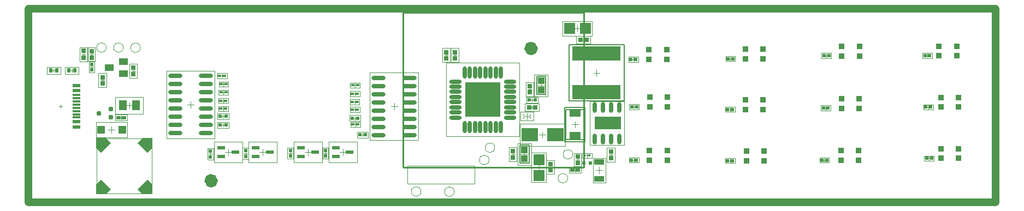
<source format=gtp>
G04*
G04 #@! TF.GenerationSoftware,Altium Limited,CircuitMaker,2.3.0 (2.3.0.3)*
G04*
G04 Layer_Color=7318015*
%FSLAX24Y24*%
%MOIN*%
G70*
G04*
G04 #@! TF.SameCoordinates,BA9B3302-63F0-48E8-8009-FCAE1684F3EC*
G04*
G04*
G04 #@! TF.FilePolarity,Positive*
G04*
G01*
G75*
%ADD11C,0.0039*%
%ADD13C,0.0100*%
%ADD14C,0.0050*%
%ADD15C,0.0079*%
%ADD16C,0.0059*%
%ADD18C,0.0472*%
%ADD19C,0.0020*%
%ADD20C,0.0433*%
%ADD21R,0.0220X0.0220*%
%ADD22R,0.0283X0.0299*%
%ADD23O,0.0236X0.0669*%
%ADD24R,0.0256X0.0236*%
%ADD25O,0.0236X0.0768*%
%ADD26R,0.0236X0.0276*%
%ADD27R,0.0492X0.0118*%
%ADD28R,0.0197X0.0177*%
%ADD29R,0.0492X0.0610*%
%ADD30R,0.0492X0.0197*%
%ADD31O,0.0768X0.0236*%
%ADD32R,0.0236X0.0276*%
%ADD33R,0.0197X0.0236*%
%ADD34R,0.0236X0.0197*%
%ADD35O,0.0866X0.0236*%
%ADD36R,0.0984X0.0787*%
%ADD37R,0.0394X0.0394*%
%ADD38R,0.0709X0.0650*%
%ADD39R,0.0217X0.0197*%
%ADD40R,0.0256X0.0256*%
%ADD41R,0.0177X0.0177*%
%ADD42R,0.0610X0.0354*%
%ADD43R,0.0374X0.0354*%
%ADD44R,0.0669X0.0512*%
%ADD45R,0.0650X0.0709*%
%ADD46R,0.0299X0.0283*%
%ADD47R,0.2953X0.0866*%
%ADD48P,0.0600X4X270.0*%
%ADD49R,0.0600X0.0600*%
%ADD50P,0.0600X4X360.0*%
%ADD51R,0.0600X0.0600*%
%ADD52C,0.0098*%
G04:AMPARAMS|DCode=53|XSize=23.6mil|YSize=29.5mil|CornerRadius=4.7mil|HoleSize=0mil|Usage=FLASHONLY|Rotation=90.000|XOffset=0mil|YOffset=0mil|HoleType=Round|Shape=RoundedRectangle|*
%AMROUNDEDRECTD53*
21,1,0.0236,0.0201,0,0,90.0*
21,1,0.0142,0.0295,0,0,90.0*
1,1,0.0094,0.0100,0.0071*
1,1,0.0094,0.0100,-0.0071*
1,1,0.0094,-0.0100,-0.0071*
1,1,0.0094,-0.0100,0.0071*
%
%ADD53ROUNDEDRECTD53*%
%ADD54R,0.0500X0.0500*%
%ADD55R,0.0551X0.0394*%
%ADD56R,0.0492X0.0236*%
G36*
X28840Y7335D02*
Y5213D01*
X26722D01*
X26711Y5203D01*
X26700Y5213D01*
Y7335D01*
X28843Y7338D01*
X28840Y7335D01*
D02*
G37*
G36*
X36190Y4471D02*
X34601D01*
Y5228D01*
X36190D01*
Y4471D01*
D02*
G37*
D11*
X4197Y3888D02*
X7544D01*
Y542D02*
Y3888D01*
X4197Y542D02*
X7544D01*
X4197D02*
Y3888D01*
X26015Y640D02*
G03*
X26015Y640I-295J0D01*
G01*
X33251Y2925D02*
G03*
X33251Y2925I-295J0D01*
G01*
X5818Y9449D02*
G03*
X5818Y9449I-295J0D01*
G01*
X6859Y9444D02*
G03*
X6859Y9444I-295J0D01*
G01*
X4780Y9454D02*
G03*
X4780Y9454I-295J0D01*
G01*
X28144Y2582D02*
G03*
X28144Y2582I-295J0D01*
G01*
X28494Y3332D02*
G03*
X28494Y3332I-295J0D01*
G01*
X32941Y1465D02*
G03*
X32941Y1465I-295J0D01*
G01*
X23988Y649D02*
G03*
X23988Y649I-295J0D01*
G01*
X4542Y7346D02*
Y7563D01*
X4434Y7455D02*
X4651D01*
X35147Y4818D02*
X35541D01*
X35344Y4621D02*
Y5015D01*
X19835Y6135D02*
X20051D01*
X19943Y6027D02*
Y6243D01*
X5983Y5913D02*
X6377D01*
X6180Y5717D02*
Y6110D01*
X14134Y3066D02*
X14528D01*
X14331Y2869D02*
Y3263D01*
X23154Y1127D02*
X27249D01*
Y2229D01*
X23154D02*
X27249D01*
X23154Y1127D02*
Y2229D01*
X27562Y6272D02*
X27956D01*
X27759Y6075D02*
Y6469D01*
X1573Y7947D02*
Y8163D01*
X1465Y8055D02*
X1681D01*
X2676Y7947D02*
Y8163D01*
X2567Y8055D02*
X2784D01*
X19965Y5027D02*
Y5243D01*
X19857Y5135D02*
X20074D01*
X20426Y4012D02*
Y4228D01*
X20317Y4120D02*
X20534D01*
X18047Y2987D02*
X18264D01*
X18155Y2879D02*
Y3095D01*
X15908Y3001D02*
X16125D01*
X16017Y2893D02*
Y3109D01*
X13173Y2978D02*
X13390D01*
X13281Y2870D02*
Y3087D01*
X11029Y2946D02*
X11246D01*
X11138Y2838D02*
Y3054D01*
X19218Y2866D02*
Y3260D01*
X19021Y3063D02*
X19414D01*
X17093Y2863D02*
Y3257D01*
X16897Y3060D02*
X17290D01*
X12228Y2865D02*
Y3259D01*
X12032Y3062D02*
X12425D01*
X11904Y5137D02*
Y5353D01*
X11796Y5245D02*
X12012D01*
X11909Y4612D02*
Y4829D01*
X11801Y4720D02*
X12017D01*
X22351Y5661D02*
Y6055D01*
X22154Y5858D02*
X22548D01*
X20874Y7925D02*
X23827D01*
X20874Y3791D02*
X23827D01*
X20874D02*
Y7925D01*
X23827Y3791D02*
Y7925D01*
X9922Y5775D02*
Y6169D01*
X9725Y5972D02*
X10119D01*
X8445Y3905D02*
X11398D01*
X8445Y8039D02*
X11398D01*
Y3905D02*
Y8039D01*
X8445Y3905D02*
Y8039D01*
X29492Y2925D02*
X29709D01*
X29600Y2816D02*
Y3033D01*
X30300Y2738D02*
Y3131D01*
X30104Y2935D02*
X30497D01*
X31876Y2037D02*
Y2253D01*
X31767Y2145D02*
X31984D01*
X30979Y2125D02*
X31373D01*
X31176Y1928D02*
Y2322D01*
X33278Y1975D02*
X33514D01*
X33396Y1857D02*
Y2093D01*
X36983Y2452D02*
Y2688D01*
X36865Y2570D02*
X37101D01*
X33546Y2487D02*
Y2703D01*
X33437Y2595D02*
X33654D01*
X34007Y2845D02*
X34224D01*
X34116Y2737D02*
Y2953D01*
X34870Y1754D02*
Y2148D01*
X34673Y1951D02*
X35067D01*
X35576Y2786D02*
Y3002D01*
X35467Y2894D02*
X35684D01*
X33189Y4745D02*
X33583D01*
X33386Y4548D02*
Y4942D01*
X33536Y10418D02*
Y10812D01*
X33339Y10615D02*
X33733D01*
X37001Y5712D02*
Y5948D01*
X36883Y5830D02*
X37119D01*
X36956Y8617D02*
Y8853D01*
X36838Y8735D02*
X37074D01*
X42871Y8652D02*
Y8888D01*
X42753Y8770D02*
X42989D01*
X42849Y2426D02*
Y2662D01*
X42731Y2544D02*
X42967D01*
X42735Y5675D02*
X42972D01*
X42853Y5557D02*
Y5793D01*
X48690Y5642D02*
Y5878D01*
X48572Y5760D02*
X48809D01*
X48728Y8837D02*
Y9073D01*
X48610Y8955D02*
X48846D01*
X48606Y2457D02*
Y2693D01*
X48488Y2575D02*
X48724D01*
X54878Y2685D02*
X55114D01*
X54996Y2567D02*
Y2803D01*
X54835Y5815D02*
X55072D01*
X54953Y5697D02*
Y5933D01*
X54893Y8847D02*
Y9083D01*
X54775Y8965D02*
X55012D01*
X33791Y9923D02*
X34007D01*
X33899Y9815D02*
Y10032D01*
X34509Y7905D02*
X34903D01*
X34706Y7708D02*
Y8102D01*
X26066Y8877D02*
Y9093D01*
X25957Y8985D02*
X26174D01*
X11823Y6713D02*
X12040D01*
X11932Y6605D02*
Y6822D01*
X11832Y7213D02*
X12049D01*
X11940Y7105D02*
Y7322D01*
X11810Y5715D02*
X12026D01*
X11918Y5607D02*
Y5823D01*
X11812Y6203D02*
X12029D01*
X11921Y6094D02*
Y6311D01*
X11748Y7734D02*
X11964D01*
X11856Y7625D02*
Y7842D01*
X30259Y5252D02*
X30653D01*
X30456Y5055D02*
Y5448D01*
X19847Y6625D02*
X20063D01*
X19955Y6517D02*
Y6733D01*
X19845Y5665D02*
X20062D01*
X19953Y5557D02*
Y5773D01*
X5570Y5175D02*
X5806D01*
X5688Y5057D02*
Y5293D01*
X3886Y8930D02*
Y9146D01*
X3777Y9038D02*
X3994D01*
X30769Y6144D02*
Y6361D01*
X30661Y6252D02*
X30877D01*
X3778Y8265D02*
X3994D01*
X3886Y8157D02*
Y8373D01*
X19859Y7149D02*
X20076D01*
X19968Y7040D02*
Y7257D01*
X30531Y6902D02*
X30747D01*
X30639Y6794D02*
Y7011D01*
X6326Y8027D02*
X6542D01*
X6434Y7918D02*
Y8135D01*
X3396Y8927D02*
Y9143D01*
X3287Y9035D02*
X3504D01*
X31319Y6941D02*
Y7335D01*
X31122Y7138D02*
X31516D01*
X19877Y4750D02*
X20094D01*
X19985Y4642D02*
Y4858D01*
X25417Y8986D02*
X25634D01*
X25526Y8878D02*
Y9094D01*
X30768Y5694D02*
Y5911D01*
X30660Y5802D02*
X30876D01*
X5100Y4228D02*
Y4622D01*
X4904Y4425D02*
X5297D01*
D13*
X22887Y11584D02*
X33911D01*
Y2135D02*
Y11584D01*
X22887Y2135D02*
X33911D01*
X22887D02*
Y11584D01*
D14*
X33033Y6192D02*
X36379D01*
X33033Y9618D02*
X36379D01*
X33033Y6192D02*
Y9618D01*
X36379Y6192D02*
Y9618D01*
D15*
X32772Y3695D02*
X34000D01*
Y5795D01*
X32772D02*
X34000D01*
X32772Y3695D02*
Y5795D01*
D16*
X30576Y2385D02*
Y3485D01*
X30025Y2385D02*
X30576D01*
X30025D02*
Y3485D01*
X30576D01*
X31044Y6588D02*
Y7688D01*
X31595D01*
Y6588D02*
Y7688D01*
X31044Y6588D02*
X31595D01*
X32811Y3839D02*
X33961D01*
Y5650D01*
X32811D02*
X33961D01*
X32811Y3839D02*
Y5650D01*
D18*
X16Y5D02*
Y11825D01*
X59066D01*
Y5D02*
Y11825D01*
X16Y5D02*
X59066D01*
D19*
X4306Y7022D02*
X4779D01*
X4306Y7888D02*
X4779D01*
X4306Y7022D02*
Y7888D01*
X4779Y7022D02*
Y7888D01*
X36388Y3480D02*
Y6157D01*
X34301Y3480D02*
Y6157D01*
X36388D01*
X34301Y3480D02*
X36388D01*
X19648Y5977D02*
Y6292D01*
X20238Y5977D02*
Y6292D01*
X19648D02*
X20238D01*
X19648Y5977D02*
X20238D01*
X5334Y5402D02*
Y6425D01*
X7027Y5402D02*
Y6425D01*
X5334D02*
X7027D01*
X5334Y5402D02*
X7027D01*
X13465Y2436D02*
Y3696D01*
X15197Y2436D02*
Y3696D01*
X13465D02*
X15197D01*
X13465Y2436D02*
X15197D01*
X30003Y4028D02*
Y8516D01*
X25515Y4028D02*
Y8516D01*
Y4028D02*
X30003D01*
X25515Y8516D02*
X30003D01*
X1160Y7838D02*
X1987D01*
X1160Y8271D02*
X1987D01*
Y7838D02*
Y8271D01*
X1160Y7838D02*
Y8271D01*
X2262Y8271D02*
X3089D01*
X2262Y7838D02*
X3089D01*
X2262D02*
Y8271D01*
X3089Y7838D02*
Y8271D01*
X19623Y4958D02*
X20307D01*
X19623Y5312D02*
X20307D01*
Y4958D02*
Y5312D01*
X19623Y4958D02*
Y5312D01*
X20084Y3943D02*
X20768D01*
X20084Y4297D02*
X20768D01*
Y3943D02*
Y4297D01*
X20084Y3943D02*
Y4297D01*
X18333Y2645D02*
Y3329D01*
X17978Y2645D02*
Y3329D01*
X18333D01*
X17978Y2645D02*
X18333D01*
X16194Y2659D02*
Y3343D01*
X15840Y2659D02*
Y3343D01*
X16194D01*
X15840Y2659D02*
X16194D01*
X13459Y2637D02*
Y3320D01*
X13104Y2637D02*
Y3320D01*
X13459D01*
X13104Y2637D02*
X13459D01*
X11315Y2604D02*
Y3288D01*
X10961Y2604D02*
Y3288D01*
X11315D01*
X10961Y2604D02*
X11315D01*
X18351Y2433D02*
X20084D01*
X18351Y3693D02*
X20084D01*
Y2433D02*
Y3693D01*
X18351Y2433D02*
Y3693D01*
X16227Y2430D02*
X17960D01*
X16227Y3690D02*
X17960D01*
Y2430D02*
Y3690D01*
X16227Y2430D02*
Y3690D01*
X11362Y2432D02*
X13094D01*
X11362Y3692D02*
X13094D01*
Y2432D02*
Y3692D01*
X11362Y2432D02*
Y3692D01*
X11562Y5422D02*
X12246D01*
X11562Y5068D02*
X12246D01*
X11562D02*
Y5422D01*
X12246Y5068D02*
Y5422D01*
X11567Y4897D02*
X12251D01*
X11567Y4543D02*
X12251D01*
X11567D02*
Y4897D01*
X12251Y4543D02*
Y4897D01*
X31201Y4113D02*
X31595D01*
X31398Y3916D02*
Y4310D01*
X32776Y3444D02*
Y4782D01*
X30020D02*
X32776D01*
X30020Y3444D02*
Y4782D01*
Y3444D02*
X32776D01*
X29364Y2492D02*
Y3358D01*
X29837Y2492D02*
Y3358D01*
X29364Y2492D02*
X29837D01*
X29364Y3358D02*
X29837D01*
X29887Y3604D02*
X30714D01*
X29887Y2265D02*
X30714D01*
Y3604D01*
X29887Y2265D02*
Y3604D01*
X31640Y2578D02*
X32112D01*
X31640Y1712D02*
X32112D01*
Y2578D01*
X31640Y1712D02*
Y2578D01*
X30723Y1219D02*
Y3030D01*
X31628Y1219D02*
Y3030D01*
X30723Y1219D02*
X31628D01*
X30723Y3030D02*
X31628D01*
X33750Y1798D02*
Y2152D01*
X33041Y1798D02*
Y2152D01*
Y1798D02*
X33750D01*
X33041Y2152D02*
X33750D01*
X36688Y2412D02*
X37279D01*
X36688Y2727D02*
X37279D01*
Y2412D02*
Y2727D01*
X36688Y2412D02*
Y2727D01*
X33329Y2182D02*
X33762D01*
X33329Y3008D02*
X33762D01*
X33329Y2182D02*
Y3008D01*
X33762Y2182D02*
Y3008D01*
X33820Y2687D02*
Y3002D01*
X34411Y2687D02*
Y3002D01*
X33820D02*
X34411D01*
X33820Y2687D02*
X34411D01*
X34496Y1203D02*
X35244D01*
X34496Y2699D02*
X35244D01*
X34496Y1203D02*
Y2699D01*
X35244Y1203D02*
Y2699D01*
X35340Y2461D02*
X35812D01*
X35340Y3327D02*
X35812D01*
X35340Y2461D02*
Y3327D01*
X35812Y2461D02*
Y3327D01*
X32630Y11068D02*
X34441D01*
X32630Y10162D02*
X34441D01*
X32630D02*
Y11068D01*
X34441Y10162D02*
Y11068D01*
X36706Y5672D02*
X37296D01*
X36706Y5987D02*
X37296D01*
Y5672D02*
Y5987D01*
X36706Y5672D02*
Y5987D01*
X36660Y8577D02*
X37251D01*
X36660Y8892D02*
X37251D01*
Y8577D02*
Y8892D01*
X36660Y8577D02*
Y8892D01*
X42576Y8612D02*
X43166D01*
X42576Y8927D02*
X43166D01*
Y8612D02*
Y8927D01*
X42576Y8612D02*
Y8927D01*
X42553Y2387D02*
X43144D01*
X42553Y2702D02*
X43144D01*
Y2387D02*
Y2702D01*
X42553Y2387D02*
Y2702D01*
X42558Y5517D02*
Y5832D01*
X43149Y5517D02*
Y5832D01*
X42558D02*
X43149D01*
X42558Y5517D02*
X43149D01*
X48395Y5602D02*
X48986D01*
X48395Y5917D02*
X48986D01*
Y5602D02*
Y5917D01*
X48395Y5602D02*
Y5917D01*
X48433Y8797D02*
X49023D01*
X48433Y9112D02*
X49023D01*
Y8797D02*
Y9112D01*
X48433Y8797D02*
Y9112D01*
X48310Y2417D02*
X48901D01*
X48310Y2732D02*
X48901D01*
Y2417D02*
Y2732D01*
X48310Y2417D02*
Y2732D01*
X54700Y2527D02*
Y2842D01*
X55291Y2527D02*
Y2842D01*
X54700D02*
X55291D01*
X54700Y2527D02*
X55291D01*
X54658Y5657D02*
Y5972D01*
X55249Y5657D02*
Y5972D01*
X54658D02*
X55249D01*
X54658Y5657D02*
X55249D01*
X54598Y8807D02*
X55189D01*
X54598Y9122D02*
X55189D01*
Y8807D02*
Y9122D01*
X54598Y8807D02*
Y9122D01*
X34332Y9687D02*
Y10160D01*
X33466Y9687D02*
Y10160D01*
Y9687D02*
X34332D01*
X33466Y10160D02*
X34332D01*
X25830Y9418D02*
X26302D01*
X25830Y8552D02*
X26302D01*
Y9418D01*
X25830Y8552D02*
Y9418D01*
X12227Y6556D02*
Y6871D01*
X11636Y6556D02*
Y6871D01*
Y6556D02*
X12227D01*
X11636Y6871D02*
X12227D01*
X12236Y7056D02*
Y7371D01*
X11645Y7056D02*
Y7371D01*
Y7056D02*
X12236D01*
X11645Y7371D02*
X12236D01*
X12213Y5557D02*
Y5872D01*
X11623Y5557D02*
Y5872D01*
Y5557D02*
X12213D01*
X11623Y5872D02*
X12213D01*
X12216Y6045D02*
Y6360D01*
X11625Y6045D02*
Y6360D01*
Y6045D02*
X12216D01*
X11625Y6360D02*
X12216D01*
X12151Y7576D02*
Y7891D01*
X11561Y7576D02*
Y7891D01*
Y7576D02*
X12151D01*
X11561Y7891D02*
X12151D01*
X30860Y4986D02*
Y5517D01*
X30052Y4986D02*
Y5517D01*
Y4986D02*
X30860D01*
X30052Y5517D02*
X30860D01*
X19660Y6467D02*
Y6782D01*
X20250Y6467D02*
Y6782D01*
X19660D02*
X20250D01*
X19660Y6467D02*
X20250D01*
X19658Y5507D02*
Y5822D01*
X20249Y5507D02*
Y5822D01*
X19658D02*
X20249D01*
X19658Y5507D02*
X20249D01*
X6042Y4998D02*
Y5352D01*
X5333Y4998D02*
Y5352D01*
Y4998D02*
X6042D01*
X5333Y5352D02*
X6042D01*
X3669Y8625D02*
X4102D01*
X3669Y9451D02*
X4102D01*
X3669Y8625D02*
Y9451D01*
X4102Y8625D02*
Y9451D01*
X30427Y6429D02*
X31111D01*
X30427Y6075D02*
X31111D01*
X30427D02*
Y6429D01*
X31111Y6075D02*
Y6429D01*
X3709Y7923D02*
Y8607D01*
X4063Y7923D02*
Y8607D01*
X3709Y7923D02*
X4063D01*
X3709Y8607D02*
X4063D01*
X19672Y6991D02*
Y7306D01*
X20263Y6991D02*
Y7306D01*
X19672D02*
X20263D01*
X19672Y6991D02*
X20263D01*
X30875Y6469D02*
Y7335D01*
X30403Y6469D02*
Y7335D01*
X30875D01*
X30403Y6469D02*
X30875D01*
X6670Y7594D02*
Y8460D01*
X6198Y7594D02*
Y8460D01*
X6670D01*
X6198Y7594D02*
X6670D01*
X3160Y8602D02*
X3632D01*
X3160Y9468D02*
X3632D01*
X3160Y8602D02*
Y9468D01*
X3632Y8602D02*
Y9468D01*
X30906Y6469D02*
X31733D01*
X30906Y7807D02*
X31733D01*
X30906Y6469D02*
Y7807D01*
X31733Y6469D02*
Y7807D01*
X19690Y4593D02*
Y4907D01*
X20281Y4593D02*
Y4907D01*
X19690D02*
X20281D01*
X19690Y4593D02*
X20281D01*
X25762Y8553D02*
Y9419D01*
X25290Y8553D02*
Y9419D01*
X25762D01*
X25290Y8553D02*
X25762D01*
X30335Y5566D02*
X31201D01*
X30335Y6039D02*
X31201D01*
Y5566D02*
Y6039D01*
X30335Y5566D02*
Y6039D01*
X4156Y3952D02*
X6045D01*
X4156Y4897D02*
X6045D01*
Y3952D02*
Y4897D01*
X4156Y3952D02*
Y4897D01*
X1902Y5868D02*
X2099D01*
X2001Y5769D02*
Y5966D01*
D20*
X30900Y9398D02*
G03*
X30900Y9398I-197J0D01*
G01*
X11374Y1309D02*
G03*
X11374Y1309I-197J0D01*
G01*
D21*
X34316Y2385D02*
D03*
X33916D02*
D03*
D22*
X4542Y7266D02*
D03*
Y7644D02*
D03*
X29600Y2736D02*
D03*
Y3114D02*
D03*
X31876Y2334D02*
D03*
Y1956D02*
D03*
X35576Y2705D02*
D03*
Y3083D02*
D03*
X26066Y9174D02*
D03*
Y8796D02*
D03*
X30639Y7091D02*
D03*
Y6713D02*
D03*
X6434Y8216D02*
D03*
Y7838D02*
D03*
X3396Y8815D02*
D03*
Y9255D02*
D03*
X25526Y9175D02*
D03*
Y8797D02*
D03*
D23*
X36094Y5783D02*
D03*
X35594D02*
D03*
X35094D02*
D03*
X34594D02*
D03*
X36094Y3854D02*
D03*
X35594D02*
D03*
X35094D02*
D03*
X34594D02*
D03*
D24*
X33228Y1975D02*
D03*
X33563D02*
D03*
X5855Y5175D02*
D03*
X5520D02*
D03*
D25*
X27602Y4609D02*
D03*
X28861Y7936D02*
D03*
X28547D02*
D03*
X28232D02*
D03*
X27917D02*
D03*
X27602D02*
D03*
X27287D02*
D03*
X26972D02*
D03*
X26657D02*
D03*
Y4609D02*
D03*
X26972D02*
D03*
X27287D02*
D03*
X27917D02*
D03*
X28232D02*
D03*
X28547D02*
D03*
X28861D02*
D03*
D26*
X2479Y8055D02*
D03*
X1770D02*
D03*
D27*
X2966Y6360D02*
D03*
Y6163D02*
D03*
Y6557D02*
D03*
Y5179D02*
D03*
Y5572D02*
D03*
Y5376D02*
D03*
Y5769D02*
D03*
Y5966D02*
D03*
D28*
X19795Y6135D02*
D03*
X20091D02*
D03*
X12079Y6713D02*
D03*
X11784D02*
D03*
X12088Y7213D02*
D03*
X11793D02*
D03*
X12066Y5715D02*
D03*
X11770D02*
D03*
X12068Y6203D02*
D03*
X11773D02*
D03*
X12003Y7734D02*
D03*
X11708D02*
D03*
X19808Y6625D02*
D03*
X20103D02*
D03*
X19806Y5665D02*
D03*
X20101D02*
D03*
X19820Y7149D02*
D03*
X20115D02*
D03*
X19838Y4750D02*
D03*
X20133D02*
D03*
D29*
X5777Y5913D02*
D03*
X6584D02*
D03*
D30*
X13907Y3322D02*
D03*
Y2810D02*
D03*
X14754Y3066D02*
D03*
X19641Y3063D02*
D03*
X18794Y2807D02*
D03*
Y3319D02*
D03*
X17517Y3060D02*
D03*
X16670Y2804D02*
D03*
Y3316D02*
D03*
X12652Y3062D02*
D03*
X11805Y2806D02*
D03*
Y3318D02*
D03*
D31*
X29423Y5170D02*
D03*
Y5485D02*
D03*
Y5800D02*
D03*
Y6115D02*
D03*
Y6430D02*
D03*
Y6745D02*
D03*
Y7060D02*
D03*
Y7375D02*
D03*
X26096D02*
D03*
Y7060D02*
D03*
Y6745D02*
D03*
Y6430D02*
D03*
Y6115D02*
D03*
Y5800D02*
D03*
Y5485D02*
D03*
Y5170D02*
D03*
D32*
X1376Y8055D02*
D03*
X2873D02*
D03*
D33*
X19790Y5135D02*
D03*
X20140D02*
D03*
X20250Y4120D02*
D03*
X20601D02*
D03*
X12079Y5245D02*
D03*
X11729D02*
D03*
X12084Y4720D02*
D03*
X11734D02*
D03*
X30944Y6252D02*
D03*
X30594D02*
D03*
D34*
X18156Y2812D02*
D03*
Y3162D02*
D03*
X16017Y2826D02*
D03*
Y3176D02*
D03*
X13282Y2803D02*
D03*
Y3154D02*
D03*
X11138Y2771D02*
D03*
Y3121D02*
D03*
X3886Y8440D02*
D03*
Y8090D02*
D03*
D35*
X21406Y7608D02*
D03*
Y7108D02*
D03*
Y6608D02*
D03*
Y6108D02*
D03*
Y5608D02*
D03*
Y5108D02*
D03*
Y4608D02*
D03*
Y4108D02*
D03*
X23296Y7608D02*
D03*
Y7108D02*
D03*
Y6608D02*
D03*
Y6108D02*
D03*
Y5608D02*
D03*
Y5108D02*
D03*
Y4608D02*
D03*
Y4108D02*
D03*
X10867Y4222D02*
D03*
Y4722D02*
D03*
Y5222D02*
D03*
Y5722D02*
D03*
Y6222D02*
D03*
Y6722D02*
D03*
Y7222D02*
D03*
Y7722D02*
D03*
X8977Y4222D02*
D03*
Y4722D02*
D03*
Y5222D02*
D03*
Y5722D02*
D03*
Y6222D02*
D03*
Y6722D02*
D03*
Y7222D02*
D03*
Y7722D02*
D03*
D36*
X30611Y4113D02*
D03*
X32186D02*
D03*
D37*
X30300Y3210D02*
D03*
Y2659D02*
D03*
X31319Y6862D02*
D03*
Y7413D02*
D03*
D38*
X31176Y1643D02*
D03*
Y2607D02*
D03*
D39*
X37131Y2570D02*
D03*
X36836D02*
D03*
X37149Y5830D02*
D03*
X36853D02*
D03*
X37103Y8735D02*
D03*
X36808D02*
D03*
X43019Y8770D02*
D03*
X42723D02*
D03*
X42996Y2544D02*
D03*
X42701D02*
D03*
X42706Y5675D02*
D03*
X43001D02*
D03*
X48838Y5760D02*
D03*
X48543D02*
D03*
X48876Y8955D02*
D03*
X48580D02*
D03*
X48753Y2575D02*
D03*
X48458D02*
D03*
X54848Y2685D02*
D03*
X55143D02*
D03*
X54806Y5815D02*
D03*
X55101D02*
D03*
X55041Y8965D02*
D03*
X54746D02*
D03*
D40*
X33546Y2398D02*
D03*
Y2792D02*
D03*
X3886Y8841D02*
D03*
Y9235D02*
D03*
D41*
X33958Y2845D02*
D03*
X34273D02*
D03*
D42*
X34870Y1429D02*
D03*
Y2472D02*
D03*
D43*
X37934Y3160D02*
D03*
X39017D02*
D03*
X37934Y2570D02*
D03*
X39017D02*
D03*
X38987Y9330D02*
D03*
X37904D02*
D03*
Y8740D02*
D03*
X38987D02*
D03*
X44928Y3135D02*
D03*
X43846D02*
D03*
Y2544D02*
D03*
X44928D02*
D03*
X44867Y5670D02*
D03*
X43784D02*
D03*
X44867Y6260D02*
D03*
X43784D02*
D03*
X44867Y9360D02*
D03*
X43784D02*
D03*
Y8770D02*
D03*
X44867D02*
D03*
X39037Y6420D02*
D03*
Y5830D02*
D03*
X37954D02*
D03*
Y6420D02*
D03*
X55594Y9540D02*
D03*
X56677D02*
D03*
X55594Y8950D02*
D03*
X56677D02*
D03*
X50708Y3155D02*
D03*
X49626D02*
D03*
Y2564D02*
D03*
X50708D02*
D03*
X56797Y3270D02*
D03*
X55714D02*
D03*
Y2680D02*
D03*
X56797D02*
D03*
X50727Y6320D02*
D03*
Y5730D02*
D03*
X49644D02*
D03*
Y6320D02*
D03*
X50747Y9520D02*
D03*
X49664D02*
D03*
Y8930D02*
D03*
X50747D02*
D03*
X56797Y6410D02*
D03*
Y5820D02*
D03*
X55714D02*
D03*
Y6410D02*
D03*
D44*
X33386Y5445D02*
D03*
Y4045D02*
D03*
D45*
X33053Y10615D02*
D03*
X34018D02*
D03*
D46*
X34088Y9923D02*
D03*
X33710D02*
D03*
X30957Y5802D02*
D03*
X30579D02*
D03*
D47*
X34706Y6724D02*
D03*
Y9086D02*
D03*
D48*
X4758Y803D02*
D03*
X4459Y1103D02*
D03*
X6982Y3627D02*
D03*
X7282Y3327D02*
D03*
D49*
X4459Y803D02*
D03*
X7282Y3627D02*
D03*
D50*
Y1103D02*
D03*
X6982Y803D02*
D03*
X4459Y3327D02*
D03*
X4758Y3627D02*
D03*
D51*
X7282Y803D02*
D03*
X4459Y3627D02*
D03*
D52*
X30653Y5171D02*
D03*
X30259D02*
D03*
X30653Y5332D02*
D03*
X30259D02*
D03*
D53*
X4336Y5435D02*
D03*
X5065Y5691D02*
D03*
Y5179D02*
D03*
D54*
X5750Y4425D02*
D03*
X4450D02*
D03*
D55*
X5815Y7850D02*
D03*
Y8598D02*
D03*
X4949Y8224D02*
D03*
D56*
X2966Y6813D02*
D03*
Y4923D02*
D03*
Y4608D02*
D03*
Y7128D02*
D03*
M02*

</source>
